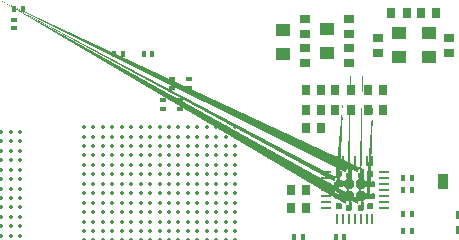
<source format=gbr>
%TF.GenerationSoftware,KiCad,Pcbnew,(6.0.1-0)*%
%TF.CreationDate,2022-12-27T13:33:36-05:00*%
%TF.ProjectId,EX-PCB-10108-001,45582d50-4342-42d3-9130-3130382d3030,A*%
%TF.SameCoordinates,Original*%
%TF.FileFunction,Paste,Top*%
%TF.FilePolarity,Positive*%
%FSLAX46Y46*%
G04 Gerber Fmt 4.6, Leading zero omitted, Abs format (unit mm)*
G04 Created by KiCad (PCBNEW (6.0.1-0)) date 2022-12-27 13:33:36*
%MOMM*%
%LPD*%
G01*
G04 APERTURE LIST*
G04 Aperture macros list*
%AMRoundRect*
0 Rectangle with rounded corners*
0 $1 Rounding radius*
0 $2 $3 $4 $5 $6 $7 $8 $9 X,Y pos of 4 corners*
0 Add a 4 corners polygon primitive as box body*
4,1,4,$2,$3,$4,$5,$6,$7,$8,$9,$2,$3,0*
0 Add four circle primitives for the rounded corners*
1,1,$1+$1,$2,$3*
1,1,$1+$1,$4,$5*
1,1,$1+$1,$6,$7*
1,1,$1+$1,$8,$9*
0 Add four rect primitives between the rounded corners*
20,1,$1+$1,$2,$3,$4,$5,0*
20,1,$1+$1,$4,$5,$6,$7,0*
20,1,$1+$1,$6,$7,$8,$9,0*
20,1,$1+$1,$8,$9,$2,$3,0*%
%AMFreePoly0*
4,1,48,0.083774,0.269420,0.092342,0.270777,0.114772,0.259348,0.138717,0.251568,0.143817,0.244549,0.151545,0.240611,0.240611,0.151546,0.244550,0.143816,0.251568,0.138717,0.259348,0.114773,0.270777,0.092342,0.269420,0.083774,0.272101,0.075523,0.272101,-0.164589,0.266839,-0.180784,0.266839,-0.197812,0.256830,-0.211588,0.251568,-0.227783,0.237792,-0.237792,0.227783,-0.251568,
0.211588,-0.256830,0.197812,-0.266839,0.180784,-0.266839,0.164589,-0.272101,-0.164589,-0.272101,-0.180784,-0.266839,-0.197812,-0.266839,-0.211588,-0.256830,-0.227783,-0.251568,-0.237792,-0.237792,-0.251568,-0.227783,-0.256830,-0.211588,-0.266839,-0.197812,-0.266839,-0.180784,-0.272101,-0.164589,-0.272101,0.164589,-0.266839,0.180784,-0.266839,0.197812,-0.256830,0.211588,-0.251568,0.227783,
-0.237792,0.237792,-0.227783,0.251568,-0.211588,0.256830,-0.197812,0.266839,-0.180784,0.266839,-0.164589,0.272101,0.075523,0.272101,0.083774,0.269420,0.083774,0.269420,$1*%
%AMFreePoly1*
4,1,48,0.180784,0.266839,0.197812,0.266839,0.211588,0.256830,0.227783,0.251568,0.237792,0.237792,0.251568,0.227783,0.256830,0.211588,0.266839,0.197812,0.266839,0.180784,0.272101,0.164589,0.272101,-0.075523,0.269420,-0.083774,0.270777,-0.092342,0.259348,-0.114773,0.251568,-0.138717,0.244550,-0.143816,0.240611,-0.151546,0.151545,-0.240611,0.143817,-0.244549,0.138717,-0.251568,
0.114772,-0.259348,0.092342,-0.270777,0.083774,-0.269420,0.075523,-0.272101,-0.164589,-0.272101,-0.180784,-0.266839,-0.197812,-0.266839,-0.211588,-0.256830,-0.227783,-0.251568,-0.237792,-0.237792,-0.251568,-0.227783,-0.256830,-0.211588,-0.266839,-0.197812,-0.266839,-0.180784,-0.272101,-0.164589,-0.272101,0.164589,-0.266839,0.180784,-0.266839,0.197812,-0.256830,0.211588,-0.251568,0.227783,
-0.237792,0.237792,-0.227783,0.251568,-0.211588,0.256830,-0.197812,0.266839,-0.180784,0.266839,-0.164589,0.272101,0.164589,0.272101,0.180784,0.266839,0.180784,0.266839,$1*%
%AMFreePoly2*
4,1,51,0.197929,0.401159,0.201658,0.401817,0.204937,0.399924,0.216011,0.397971,0.232977,0.383735,0.252157,0.372661,0.254788,0.365433,0.260680,0.360489,0.264526,0.338678,0.272101,0.317866,0.272101,-0.317866,0.270148,-0.328940,0.270806,-0.332669,0.268913,-0.335948,0.266960,-0.347022,0.252724,-0.363988,0.241650,-0.383168,0.234422,-0.385799,0.229478,-0.391691,0.207667,-0.395537,
0.186855,-0.403112,-0.116234,-0.403112,-0.121446,-0.402193,-0.123663,-0.402787,-0.127060,-0.401203,-0.145390,-0.397971,-0.159647,-0.386008,-0.176512,-0.378144,-0.247133,-0.307524,-0.250168,-0.303189,-0.252157,-0.302041,-0.253439,-0.298518,-0.264114,-0.283273,-0.265736,-0.264734,-0.272101,-0.247246,-0.272101,0.247246,-0.271182,0.252459,-0.271776,0.254676,-0.270192,0.258073,-0.266960,0.276402,
-0.254997,0.290658,-0.247133,0.307524,-0.176512,0.378144,-0.172177,0.381179,-0.171029,0.383168,-0.167505,0.384451,-0.152260,0.395125,-0.133722,0.396747,-0.116234,0.403112,0.186855,0.403112,0.197929,0.401159,0.197929,0.401159,$1*%
%AMFreePoly3*
4,1,51,0.252459,0.271182,0.254676,0.271776,0.258073,0.270192,0.276402,0.266960,0.290658,0.254997,0.307524,0.247133,0.378144,0.176512,0.381179,0.172177,0.383168,0.171029,0.384451,0.167505,0.395125,0.152260,0.396747,0.133722,0.403112,0.116234,0.403112,-0.186855,0.401159,-0.197929,0.401817,-0.201658,0.399924,-0.204937,0.397971,-0.216011,0.383735,-0.232977,0.372661,-0.252157,
0.365433,-0.254788,0.360489,-0.260680,0.338678,-0.264526,0.317866,-0.272101,-0.317866,-0.272101,-0.328940,-0.270148,-0.332669,-0.270806,-0.335948,-0.268913,-0.347022,-0.266960,-0.363988,-0.252724,-0.383168,-0.241650,-0.385799,-0.234422,-0.391691,-0.229478,-0.395537,-0.207667,-0.403112,-0.186855,-0.403112,0.116234,-0.402193,0.121446,-0.402787,0.123663,-0.401203,0.127060,-0.397971,0.145390,
-0.386008,0.159647,-0.378144,0.176512,-0.307525,0.247132,-0.303189,0.250168,-0.302041,0.252157,-0.298517,0.253440,-0.283273,0.264114,-0.264734,0.265736,-0.247246,0.272101,0.247246,0.272101,0.252459,0.271182,0.252459,0.271182,$1*%
%AMFreePoly4*
4,1,51,0.328940,0.270148,0.332669,0.270806,0.335948,0.268913,0.347022,0.266960,0.363988,0.252724,0.383168,0.241650,0.385799,0.234422,0.391691,0.229478,0.395537,0.207667,0.403112,0.186855,0.403112,-0.116234,0.402193,-0.121446,0.402787,-0.123663,0.401203,-0.127060,0.397971,-0.145390,0.386008,-0.159647,0.378144,-0.176512,0.307524,-0.247133,0.303189,-0.250168,0.302041,-0.252157,
0.298518,-0.253439,0.283273,-0.264114,0.264734,-0.265736,0.247246,-0.272101,-0.247246,-0.272101,-0.252459,-0.271182,-0.254677,-0.271776,-0.258075,-0.270192,-0.276402,-0.266960,-0.290659,-0.254997,-0.307525,-0.247132,-0.378144,-0.176512,-0.381179,-0.172177,-0.383168,-0.171029,-0.384451,-0.167505,-0.395125,-0.152260,-0.396747,-0.133722,-0.403112,-0.116234,-0.403112,0.186855,-0.401159,0.197929,
-0.401817,0.201658,-0.399924,0.204937,-0.397971,0.216011,-0.383735,0.232977,-0.372661,0.252157,-0.365433,0.254788,-0.360489,0.260680,-0.338678,0.264526,-0.317866,0.272101,0.317866,0.272101,0.328940,0.270148,0.328940,0.270148,$1*%
%AMFreePoly5*
4,1,48,0.180784,0.266839,0.197812,0.266839,0.211588,0.256830,0.227783,0.251568,0.237792,0.237792,0.251568,0.227783,0.256830,0.211588,0.266839,0.197812,0.266839,0.180784,0.272101,0.164589,0.272101,-0.164589,0.266839,-0.180784,0.266839,-0.197812,0.256830,-0.211588,0.251568,-0.227783,0.237792,-0.237792,0.227783,-0.251568,0.211588,-0.256830,0.197812,-0.266839,0.180784,-0.266839,
0.164589,-0.272101,-0.164589,-0.272101,-0.180784,-0.266839,-0.197812,-0.266839,-0.211588,-0.256830,-0.227783,-0.251568,-0.237792,-0.237792,-0.251568,-0.227783,-0.256830,-0.211588,-0.266839,-0.197812,-0.266839,-0.180784,-0.272101,-0.164589,-0.272101,0.075523,-0.269420,0.083774,-0.270777,0.092342,-0.259348,0.114772,-0.251568,0.138717,-0.244549,0.143817,-0.240611,0.151545,-0.151546,0.240611,
-0.143816,0.244550,-0.138717,0.251568,-0.114773,0.259348,-0.092342,0.270777,-0.083774,0.269420,-0.075523,0.272101,0.164589,0.272101,0.180784,0.266839,0.180784,0.266839,$1*%
%AMFreePoly6*
4,1,51,0.121446,0.402193,0.123663,0.402787,0.127060,0.401203,0.145390,0.397971,0.159647,0.386008,0.176512,0.378144,0.247132,0.307525,0.250168,0.303189,0.252157,0.302041,0.253440,0.298517,0.264114,0.283273,0.265736,0.264734,0.272101,0.247246,0.272101,-0.247246,0.271182,-0.252459,0.271776,-0.254677,0.270192,-0.258075,0.266960,-0.276402,0.254997,-0.290659,0.247132,-0.307525,
0.176512,-0.378144,0.172177,-0.381179,0.171029,-0.383168,0.167505,-0.384451,0.152260,-0.395125,0.133722,-0.396747,0.116234,-0.403112,-0.186855,-0.403112,-0.197929,-0.401159,-0.201658,-0.401817,-0.204937,-0.399924,-0.216011,-0.397971,-0.232977,-0.383735,-0.252157,-0.372661,-0.254788,-0.365433,-0.260680,-0.360489,-0.264526,-0.338678,-0.272101,-0.317866,-0.272101,0.317866,-0.270148,0.328940,
-0.270806,0.332669,-0.268913,0.335948,-0.266960,0.347022,-0.252724,0.363988,-0.241650,0.383168,-0.234422,0.385799,-0.229478,0.391691,-0.207667,0.395537,-0.186855,0.403112,0.116234,0.403112,0.121446,0.402193,0.121446,0.402193,$1*%
%AMFreePoly7*
4,1,48,0.180784,0.266839,0.197812,0.266839,0.211588,0.256830,0.227783,0.251568,0.237792,0.237792,0.251568,0.227783,0.256830,0.211588,0.266839,0.197812,0.266839,0.180784,0.272101,0.164589,0.272101,-0.164589,0.266839,-0.180784,0.266839,-0.197812,0.256830,-0.211588,0.251568,-0.227783,0.237792,-0.237792,0.227783,-0.251568,0.211588,-0.256830,0.197812,-0.266839,0.180784,-0.266839,
0.164589,-0.272101,-0.075523,-0.272101,-0.083774,-0.269420,-0.092342,-0.270777,-0.114773,-0.259348,-0.138717,-0.251568,-0.143816,-0.244550,-0.151546,-0.240611,-0.240611,-0.151545,-0.244549,-0.143817,-0.251568,-0.138717,-0.259348,-0.114772,-0.270777,-0.092342,-0.269420,-0.083774,-0.272101,-0.075523,-0.272101,0.164589,-0.266839,0.180784,-0.266839,0.197812,-0.256830,0.211588,-0.251568,0.227783,
-0.237792,0.237792,-0.227783,0.251568,-0.211588,0.256830,-0.197812,0.266839,-0.180784,0.266839,-0.164589,0.272101,0.164589,0.272101,0.180784,0.266839,0.180784,0.266839,$1*%
G04 Aperture macros list end*
%TA.AperFunction,Profile*%
%ADD10C,0.500000*%
%TD*%
%ADD11R,0.710000X0.810000*%
%ADD12R,0.510000X0.450000*%
%ADD13R,0.800000X2.000000*%
%ADD14C,0.350000*%
%ADD15R,0.700000X1.400000*%
%ADD16R,0.450000X0.510000*%
%ADD17R,0.810000X0.710000*%
%ADD18R,1.060000X0.500000*%
%ADD19R,1.600000X3.000000*%
%ADD20R,3.000000X1.600000*%
%ADD21R,1.800000X1.070000*%
%ADD22R,1.750000X2.000000*%
%ADD23RoundRect,0.388500X-1.311500X0.486500X-1.311500X-0.486500X1.311500X-0.486500X1.311500X0.486500X0*%
%ADD24R,1.070000X1.800000*%
%ADD25RoundRect,0.521250X0.521250X-1.308750X0.521250X1.308750X-0.521250X1.308750X-0.521250X-1.308750X0*%
%ADD26R,1.800000X1.800000*%
%ADD27R,1.250000X2.000000*%
%ADD28R,3.500000X2.000000*%
%ADD29R,2.550000X2.900000*%
%ADD30R,1.400000X1.900000*%
%ADD31R,1.800000X1.400000*%
%ADD32R,0.800000X1.500000*%
%ADD33R,0.550000X1.150000*%
%ADD34R,0.250000X1.150000*%
%ADD35O,1.050000X2.100000*%
%ADD36O,1.000000X2.000000*%
%ADD37R,0.900000X0.800000*%
%ADD38R,1.250000X1.000000*%
%ADD39R,0.600000X0.700000*%
%ADD40R,1.250000X1.150000*%
%ADD41RoundRect,0.201556X0.201557X-0.201557X0.201557X0.201557X-0.201557X0.201557X-0.201557X-0.201557X0*%
%ADD42FreePoly0,90.000000*%
%ADD43FreePoly1,90.000000*%
%ADD44FreePoly2,90.000000*%
%ADD45FreePoly3,90.000000*%
%ADD46FreePoly4,90.000000*%
%ADD47FreePoly5,90.000000*%
%ADD48FreePoly6,90.000000*%
%ADD49FreePoly7,90.000000*%
%ADD50RoundRect,0.062500X0.062500X-0.337500X0.062500X0.337500X-0.062500X0.337500X-0.062500X-0.337500X0*%
%ADD51RoundRect,0.062500X0.337500X-0.062500X0.337500X0.062500X-0.337500X0.062500X-0.337500X-0.062500X0*%
G04 APERTURE END LIST*
D10*
X46450000Y-85300000D02*
X46450000Y-132800000D01*
X46450000Y-132800000D02*
G75*
G03*
X50200000Y-136550000I3750001J1D01*
G01*
X126450000Y-85300000D02*
X126450000Y-132800000D01*
X121450000Y-85300000D02*
G75*
G03*
X117700000Y-81550000I-3750001J-1D01*
G01*
X121450000Y-85300000D02*
X121450000Y-132800000D01*
X121450000Y-132800000D02*
X126450000Y-132800000D01*
X117700000Y-136550000D02*
X50200000Y-136550000D01*
X41450000Y-132800000D02*
X46450000Y-132800000D01*
X117700000Y-136550000D02*
G75*
G03*
X121450000Y-132800000I-1J3750001D01*
G01*
X126450000Y-85300000D02*
X121450000Y-85300000D01*
X50200000Y-81550000D02*
G75*
G03*
X46450000Y-85300000I1J-3750001D01*
G01*
X41450000Y-85300000D02*
X46450000Y-85300000D01*
X41450000Y-85300000D02*
X41450000Y-132800000D01*
X117700000Y-81550000D02*
X50200000Y-81550000D01*
D11*
X56795000Y-102650000D03*
X55505000Y-102650000D03*
D12*
X86750000Y-115275000D03*
X86750000Y-116025000D03*
X88300000Y-115275000D03*
X88300000Y-116025000D03*
D11*
X58255000Y-102650000D03*
X59545000Y-102650000D03*
D13*
X59900000Y-104650000D03*
X57900000Y-104650000D03*
X59900000Y-95150000D03*
X57900000Y-95150000D03*
D14*
X74380000Y-111830000D03*
X73580000Y-111830000D03*
X72780000Y-111830000D03*
X69580000Y-111830000D03*
X68780000Y-111830000D03*
X67980000Y-111830000D03*
X74380000Y-111030000D03*
X73580000Y-111030000D03*
X72780000Y-111030000D03*
X69580000Y-111030000D03*
X68780000Y-111030000D03*
X67980000Y-111030000D03*
X74380000Y-110230000D03*
X73580000Y-110230000D03*
X72780000Y-110230000D03*
X69580000Y-110230000D03*
X68780000Y-110230000D03*
X67980000Y-110230000D03*
X74380000Y-109430000D03*
X73580000Y-109430000D03*
X72780000Y-109430000D03*
X69580000Y-109430000D03*
X68780000Y-109430000D03*
X67980000Y-109430000D03*
X74380000Y-108630000D03*
X73580000Y-108630000D03*
X72780000Y-108630000D03*
X69580000Y-108630000D03*
X68780000Y-108630000D03*
X67980000Y-108630000D03*
X74380000Y-107830000D03*
X73580000Y-107830000D03*
X72780000Y-107830000D03*
X69580000Y-107830000D03*
X68780000Y-107830000D03*
X67980000Y-107830000D03*
X74380000Y-107030000D03*
X73580000Y-107030000D03*
X72780000Y-107030000D03*
X69580000Y-107030000D03*
X68780000Y-107030000D03*
X67980000Y-107030000D03*
X74380000Y-106230000D03*
X73580000Y-106230000D03*
X72780000Y-106230000D03*
X69580000Y-106230000D03*
X68780000Y-106230000D03*
X67980000Y-106230000D03*
X74380000Y-105430000D03*
X73580000Y-105430000D03*
X72780000Y-105430000D03*
X69580000Y-105430000D03*
X68780000Y-105430000D03*
X67980000Y-105430000D03*
X74380000Y-104630000D03*
X73580000Y-104630000D03*
X72780000Y-104630000D03*
X69580000Y-104630000D03*
X68780000Y-104630000D03*
X67980000Y-104630000D03*
X74380000Y-103830000D03*
X73580000Y-103830000D03*
X72780000Y-103830000D03*
X69580000Y-103830000D03*
X68780000Y-103830000D03*
X67980000Y-103830000D03*
X74380000Y-103030000D03*
X73580000Y-103030000D03*
X72780000Y-103030000D03*
X69580000Y-103030000D03*
X68780000Y-103030000D03*
X67980000Y-103030000D03*
X74380000Y-102230000D03*
X73580000Y-102230000D03*
X72780000Y-102230000D03*
X69580000Y-102230000D03*
X68780000Y-102230000D03*
X67980000Y-102230000D03*
X74380000Y-101430000D03*
X73580000Y-101430000D03*
X72780000Y-101430000D03*
X69580000Y-101430000D03*
X68780000Y-101430000D03*
X67980000Y-101430000D03*
X74380000Y-100630000D03*
X73580000Y-100630000D03*
X72780000Y-100630000D03*
X69580000Y-100630000D03*
X68780000Y-100630000D03*
X67980000Y-100630000D03*
X74380000Y-99830000D03*
X73580000Y-99830000D03*
X72780000Y-99830000D03*
X69580000Y-99830000D03*
X68780000Y-99830000D03*
X67980000Y-99830000D03*
D15*
X86750000Y-113950000D03*
X88250000Y-113950000D03*
D16*
X65425000Y-105750000D03*
X64675000Y-105750000D03*
X65425000Y-104750000D03*
X64675000Y-104750000D03*
X64675000Y-102700000D03*
X65425000Y-102700000D03*
D12*
X94825000Y-116900000D03*
X94825000Y-116150000D03*
D16*
X94750000Y-115325000D03*
X95500000Y-115325000D03*
D12*
X93100000Y-114325000D03*
X93100000Y-113575000D03*
D17*
X56150000Y-107755000D03*
X56150000Y-109045000D03*
D16*
X62075000Y-111750000D03*
X62825000Y-111750000D03*
X62825000Y-110500000D03*
X62075000Y-110500000D03*
D18*
X60000000Y-108850000D03*
X60000000Y-107900000D03*
X60000000Y-106950000D03*
X57800000Y-106950000D03*
X57800000Y-108850000D03*
D17*
X65450000Y-117845000D03*
X65450000Y-116555000D03*
X56150000Y-106545000D03*
X56150000Y-105255000D03*
D16*
X59275000Y-100900000D03*
X58525000Y-100900000D03*
D18*
X60000000Y-99350000D03*
X60000000Y-98400000D03*
X60000000Y-97450000D03*
X57800000Y-97450000D03*
X57800000Y-99350000D03*
D19*
X50350000Y-104900000D03*
X50350000Y-109300000D03*
X50450000Y-98000000D03*
X50450000Y-93600000D03*
D16*
X112075000Y-113000000D03*
X111325000Y-113000000D03*
D20*
X114350000Y-98730000D03*
X118750000Y-98730000D03*
D21*
X48200000Y-129755000D03*
X48200000Y-126745000D03*
D16*
X116325000Y-104750000D03*
X117075000Y-104750000D03*
X112075000Y-111750000D03*
X111325000Y-111750000D03*
X111325000Y-114250000D03*
X112075000Y-114250000D03*
X116325000Y-120750000D03*
X115575000Y-120750000D03*
D22*
X54850000Y-122500000D03*
X59050000Y-122500000D03*
D23*
X50200000Y-119300000D03*
X50200000Y-124200000D03*
D24*
X51305000Y-101400000D03*
X48295000Y-101400000D03*
D21*
X100700000Y-124005000D03*
X100700000Y-120995000D03*
D25*
X55300000Y-118125000D03*
X58100000Y-118125000D03*
X58100000Y-113375000D03*
X55300000Y-113375000D03*
D12*
X48200000Y-131750000D03*
X48200000Y-132500000D03*
D26*
X119090000Y-107455000D03*
X114010000Y-107455000D03*
X114010000Y-111645000D03*
X119090000Y-111645000D03*
X114010000Y-118395000D03*
X119090000Y-118395000D03*
X119090000Y-114205000D03*
X114010000Y-114205000D03*
D16*
X101075000Y-108750000D03*
X101825000Y-108750000D03*
X97575000Y-108750000D03*
X98325000Y-108750000D03*
D14*
X79780000Y-99430000D03*
X80580000Y-99430000D03*
X81380000Y-99430000D03*
X82180000Y-99430000D03*
X82980000Y-99430000D03*
X83780000Y-99430000D03*
X84580000Y-99430000D03*
X85380000Y-99430000D03*
X86180000Y-99430000D03*
X86980000Y-99430000D03*
X87780000Y-99430000D03*
X88580000Y-99430000D03*
X89380000Y-99430000D03*
X90180000Y-99430000D03*
X90980000Y-99430000D03*
X91780000Y-99430000D03*
X92580000Y-99430000D03*
X79780000Y-100230000D03*
X80580000Y-100230000D03*
X81380000Y-100230000D03*
X82180000Y-100230000D03*
X82980000Y-100230000D03*
X83780000Y-100230000D03*
X84580000Y-100230000D03*
X85380000Y-100230000D03*
X86180000Y-100230000D03*
X86980000Y-100230000D03*
X87780000Y-100230000D03*
X88580000Y-100230000D03*
X89380000Y-100230000D03*
X90180000Y-100230000D03*
X90980000Y-100230000D03*
X91780000Y-100230000D03*
X92580000Y-100230000D03*
X79780000Y-101030000D03*
X80580000Y-101030000D03*
X81380000Y-101030000D03*
X82180000Y-101030000D03*
X82980000Y-101030000D03*
X83780000Y-101030000D03*
X84580000Y-101030000D03*
X85380000Y-101030000D03*
X86180000Y-101030000D03*
X86980000Y-101030000D03*
X87780000Y-101030000D03*
X88580000Y-101030000D03*
X89380000Y-101030000D03*
X90180000Y-101030000D03*
X90980000Y-101030000D03*
X91780000Y-101030000D03*
X92580000Y-101030000D03*
X79780000Y-101830000D03*
X80580000Y-101830000D03*
X81380000Y-101830000D03*
X82180000Y-101830000D03*
X82980000Y-101830000D03*
X83780000Y-101830000D03*
X84580000Y-101830000D03*
X85380000Y-101830000D03*
X86180000Y-101830000D03*
X86980000Y-101830000D03*
X87780000Y-101830000D03*
X88580000Y-101830000D03*
X89380000Y-101830000D03*
X90180000Y-101830000D03*
X90980000Y-101830000D03*
X91780000Y-101830000D03*
X92580000Y-101830000D03*
X79780000Y-102630000D03*
X80580000Y-102630000D03*
X81380000Y-102630000D03*
X82180000Y-102630000D03*
X82980000Y-102630000D03*
X83780000Y-102630000D03*
X84580000Y-102630000D03*
X85380000Y-102630000D03*
X86180000Y-102630000D03*
X86980000Y-102630000D03*
X87780000Y-102630000D03*
X88580000Y-102630000D03*
X89380000Y-102630000D03*
X90180000Y-102630000D03*
X90980000Y-102630000D03*
X91780000Y-102630000D03*
X92580000Y-102630000D03*
X79780000Y-103430000D03*
X80580000Y-103430000D03*
X81380000Y-103430000D03*
X82180000Y-103430000D03*
X82980000Y-103430000D03*
X83780000Y-103430000D03*
X84580000Y-103430000D03*
X85380000Y-103430000D03*
X86180000Y-103430000D03*
X86980000Y-103430000D03*
X87780000Y-103430000D03*
X88580000Y-103430000D03*
X89380000Y-103430000D03*
X90180000Y-103430000D03*
X90980000Y-103430000D03*
X91780000Y-103430000D03*
X92580000Y-103430000D03*
X79780000Y-104230000D03*
X80580000Y-104230000D03*
X81380000Y-104230000D03*
X82180000Y-104230000D03*
X82980000Y-104230000D03*
X83780000Y-104230000D03*
X84580000Y-104230000D03*
X85380000Y-104230000D03*
X86180000Y-104230000D03*
X86980000Y-104230000D03*
X87780000Y-104230000D03*
X88580000Y-104230000D03*
X89380000Y-104230000D03*
X90180000Y-104230000D03*
X90980000Y-104230000D03*
X91780000Y-104230000D03*
X92580000Y-104230000D03*
X79780000Y-105030000D03*
X80580000Y-105030000D03*
X81380000Y-105030000D03*
X82180000Y-105030000D03*
X82980000Y-105030000D03*
X83780000Y-105030000D03*
X84580000Y-105030000D03*
X85380000Y-105030000D03*
X86180000Y-105030000D03*
X86980000Y-105030000D03*
X87780000Y-105030000D03*
X88580000Y-105030000D03*
X89380000Y-105030000D03*
X90180000Y-105030000D03*
X90980000Y-105030000D03*
X91780000Y-105030000D03*
X92580000Y-105030000D03*
X79780000Y-105830000D03*
X80580000Y-105830000D03*
X81380000Y-105830000D03*
X82180000Y-105830000D03*
X82980000Y-105830000D03*
X83780000Y-105830000D03*
X84580000Y-105830000D03*
X85380000Y-105830000D03*
X86180000Y-105830000D03*
X86980000Y-105830000D03*
X87780000Y-105830000D03*
X88580000Y-105830000D03*
X89380000Y-105830000D03*
X90180000Y-105830000D03*
X90980000Y-105830000D03*
X91780000Y-105830000D03*
X92580000Y-105830000D03*
X79780000Y-106630000D03*
X80580000Y-106630000D03*
X81380000Y-106630000D03*
X82180000Y-106630000D03*
X82980000Y-106630000D03*
X83780000Y-106630000D03*
X84580000Y-106630000D03*
X85380000Y-106630000D03*
X86180000Y-106630000D03*
X86980000Y-106630000D03*
X87780000Y-106630000D03*
X88580000Y-106630000D03*
X89380000Y-106630000D03*
X90180000Y-106630000D03*
X90980000Y-106630000D03*
X91780000Y-106630000D03*
X92580000Y-106630000D03*
X79780000Y-107430000D03*
X80580000Y-107430000D03*
X81380000Y-107430000D03*
X82180000Y-107430000D03*
X82980000Y-107430000D03*
X83780000Y-107430000D03*
X84580000Y-107430000D03*
X85380000Y-107430000D03*
X86180000Y-107430000D03*
X86980000Y-107430000D03*
X87780000Y-107430000D03*
X88580000Y-107430000D03*
X89380000Y-107430000D03*
X90180000Y-107430000D03*
X90980000Y-107430000D03*
X91780000Y-107430000D03*
X92580000Y-107430000D03*
X79780000Y-108230000D03*
X80580000Y-108230000D03*
X81380000Y-108230000D03*
X82180000Y-108230000D03*
X82980000Y-108230000D03*
X83780000Y-108230000D03*
X84580000Y-108230000D03*
X85380000Y-108230000D03*
X86180000Y-108230000D03*
X86980000Y-108230000D03*
X87780000Y-108230000D03*
X88580000Y-108230000D03*
X89380000Y-108230000D03*
X90180000Y-108230000D03*
X90980000Y-108230000D03*
X91780000Y-108230000D03*
X92580000Y-108230000D03*
X79780000Y-109030000D03*
X80580000Y-109030000D03*
X81380000Y-109030000D03*
X82180000Y-109030000D03*
X82980000Y-109030000D03*
X83780000Y-109030000D03*
X84580000Y-109030000D03*
X85380000Y-109030000D03*
X86180000Y-109030000D03*
X86980000Y-109030000D03*
X87780000Y-109030000D03*
X88580000Y-109030000D03*
X89380000Y-109030000D03*
X90180000Y-109030000D03*
X90980000Y-109030000D03*
X91780000Y-109030000D03*
X92580000Y-109030000D03*
X79780000Y-109830000D03*
X80580000Y-109830000D03*
X81380000Y-109830000D03*
X82180000Y-109830000D03*
X82980000Y-109830000D03*
X83780000Y-109830000D03*
X84580000Y-109830000D03*
X85380000Y-109830000D03*
X86180000Y-109830000D03*
X86980000Y-109830000D03*
X87780000Y-109830000D03*
X88580000Y-109830000D03*
X89380000Y-109830000D03*
X90180000Y-109830000D03*
X90980000Y-109830000D03*
X91780000Y-109830000D03*
X92580000Y-109830000D03*
X79780000Y-110630000D03*
X80580000Y-110630000D03*
X81380000Y-110630000D03*
X82180000Y-110630000D03*
X82980000Y-110630000D03*
X83780000Y-110630000D03*
X84580000Y-110630000D03*
X85380000Y-110630000D03*
X86180000Y-110630000D03*
X86980000Y-110630000D03*
X87780000Y-110630000D03*
X88580000Y-110630000D03*
X89380000Y-110630000D03*
X90180000Y-110630000D03*
X90980000Y-110630000D03*
X91780000Y-110630000D03*
X92580000Y-110630000D03*
X79780000Y-111430000D03*
X80580000Y-111430000D03*
X81380000Y-111430000D03*
X82180000Y-111430000D03*
X82980000Y-111430000D03*
X83780000Y-111430000D03*
X84580000Y-111430000D03*
X85380000Y-111430000D03*
X86180000Y-111430000D03*
X86980000Y-111430000D03*
X87780000Y-111430000D03*
X88580000Y-111430000D03*
X89380000Y-111430000D03*
X90180000Y-111430000D03*
X90980000Y-111430000D03*
X91780000Y-111430000D03*
X92580000Y-111430000D03*
X79780000Y-112230000D03*
X80580000Y-112230000D03*
X81380000Y-112230000D03*
X82180000Y-112230000D03*
X82980000Y-112230000D03*
X83780000Y-112230000D03*
X84580000Y-112230000D03*
X85380000Y-112230000D03*
X86180000Y-112230000D03*
X86980000Y-112230000D03*
X87780000Y-112230000D03*
X88580000Y-112230000D03*
X89380000Y-112230000D03*
X90180000Y-112230000D03*
X90980000Y-112230000D03*
X91780000Y-112230000D03*
X92580000Y-112230000D03*
D12*
X96450000Y-110625000D03*
X96450000Y-111375000D03*
D16*
X94575000Y-110500000D03*
X95325000Y-110500000D03*
D27*
X88700000Y-126550000D03*
X91200000Y-126550000D03*
X93200000Y-126550000D03*
X95700000Y-126550000D03*
D28*
X84575000Y-128650000D03*
X99825000Y-128650000D03*
X99825000Y-134750000D03*
X84575000Y-134750000D03*
D20*
X114350000Y-92150000D03*
X118750000Y-92150000D03*
D29*
X110550000Y-132350000D03*
X117950000Y-124800000D03*
X117950000Y-134100000D03*
D30*
X80300000Y-135200000D03*
X67150000Y-134200000D03*
D31*
X74450000Y-121050000D03*
X68750000Y-121050000D03*
D32*
X75640000Y-131350000D03*
X74540000Y-130950000D03*
X73440000Y-131350000D03*
X72340000Y-131550000D03*
X71240000Y-131350000D03*
X70140000Y-131550000D03*
X69040000Y-131350000D03*
X67940000Y-131350000D03*
D11*
X61805000Y-109000000D03*
X63095000Y-109000000D03*
D16*
X87675000Y-118550000D03*
X88425000Y-118550000D03*
X86225000Y-118550000D03*
X85475000Y-118550000D03*
D20*
X87400000Y-122000000D03*
X83000000Y-122000000D03*
D16*
X84825000Y-126000000D03*
X84075000Y-126000000D03*
D33*
X51250000Y-129245000D03*
X52050000Y-129245000D03*
D34*
X53200000Y-129245000D03*
X54200000Y-129245000D03*
X54700000Y-129245000D03*
X55700000Y-129245000D03*
D33*
X57650000Y-129245000D03*
X56850000Y-129245000D03*
D34*
X56200000Y-129245000D03*
X55200000Y-129245000D03*
X53700000Y-129245000D03*
X52700000Y-129245000D03*
D35*
X58770000Y-129820000D03*
D36*
X50130000Y-134000000D03*
D35*
X50130000Y-129820000D03*
D36*
X58770000Y-134000000D03*
D16*
X65425000Y-101100000D03*
X64675000Y-101100000D03*
X65425000Y-100000000D03*
X64675000Y-100000000D03*
D12*
X94150000Y-113625000D03*
X94150000Y-114375000D03*
D37*
X92250000Y-116450000D03*
X93650000Y-115350000D03*
X92250000Y-115350000D03*
X93650000Y-116450000D03*
D12*
X92150000Y-114275000D03*
X92150000Y-113525000D03*
D38*
X100350000Y-93150000D03*
X100350000Y-91150000D03*
X96650000Y-93200000D03*
X96650000Y-91200000D03*
X108950000Y-91500000D03*
X108950000Y-93500000D03*
X106450000Y-91500000D03*
X106450000Y-93500000D03*
D11*
X98555000Y-98000000D03*
X99845000Y-98000000D03*
X99845000Y-96250000D03*
X98555000Y-96250000D03*
D16*
X58825000Y-127500000D03*
X59575000Y-127500000D03*
D12*
X107950000Y-126375000D03*
X107950000Y-127125000D03*
D11*
X84805000Y-83750000D03*
X86095000Y-83750000D03*
X83095000Y-83750000D03*
X81805000Y-83750000D03*
D39*
X105150000Y-120000000D03*
X103750000Y-120000000D03*
D21*
X97700000Y-120995000D03*
X97700000Y-124005000D03*
D40*
X109200000Y-115125000D03*
X109200000Y-116875000D03*
X102950000Y-115125000D03*
X102950000Y-116875000D03*
D16*
X104825000Y-121500000D03*
X104075000Y-121500000D03*
D17*
X102200000Y-90255000D03*
X102200000Y-91545000D03*
X102200000Y-92755000D03*
X102200000Y-94045000D03*
X98500000Y-90255000D03*
X98500000Y-91545000D03*
X98500000Y-92755000D03*
X98500000Y-94045000D03*
X104700000Y-91855000D03*
X104700000Y-93145000D03*
X110700000Y-91855000D03*
X110700000Y-93145000D03*
D11*
X108305000Y-89750000D03*
X109595000Y-89750000D03*
X105805000Y-89750000D03*
X107095000Y-89750000D03*
D17*
X111700000Y-108145000D03*
X111700000Y-106855000D03*
D11*
X105095000Y-98000000D03*
X103805000Y-98000000D03*
X102345000Y-98000000D03*
X101055000Y-98000000D03*
X102345000Y-96250000D03*
X101055000Y-96250000D03*
X103805000Y-96250000D03*
X105095000Y-96250000D03*
X98555000Y-99500000D03*
X99845000Y-99500000D03*
D12*
X83200000Y-85875000D03*
X83200000Y-85125000D03*
X84700000Y-85125000D03*
X84700000Y-85875000D03*
D18*
X105100000Y-112550000D03*
X105100000Y-113500000D03*
X105100000Y-114450000D03*
X107300000Y-114450000D03*
X107300000Y-112550000D03*
X98600000Y-112550000D03*
X98600000Y-113500000D03*
X98600000Y-114450000D03*
X100800000Y-114450000D03*
X100800000Y-112550000D03*
D41*
X102200000Y-104250000D03*
D42*
X104037500Y-106087500D03*
D43*
X101362500Y-106087500D03*
D44*
X102200000Y-103412500D03*
D45*
X104037500Y-105250000D03*
D46*
X101362500Y-105250000D03*
D41*
X103200000Y-104250000D03*
D45*
X104037500Y-104250000D03*
D47*
X104037500Y-103412500D03*
D46*
X101362500Y-104250000D03*
D48*
X102200000Y-106087500D03*
D44*
X103200000Y-103412500D03*
D41*
X102200000Y-105250000D03*
D48*
X103200000Y-106087500D03*
D41*
X103200000Y-105250000D03*
D49*
X101362500Y-103412500D03*
D50*
X101200000Y-107200000D03*
X101700000Y-107200000D03*
X102200000Y-107200000D03*
X102700000Y-107200000D03*
X103200000Y-107200000D03*
X103700000Y-107200000D03*
X104200000Y-107200000D03*
D51*
X105150000Y-106250000D03*
X105150000Y-105750000D03*
X105150000Y-105250000D03*
X105150000Y-104750000D03*
X105150000Y-104250000D03*
X105150000Y-103750000D03*
X105150000Y-103250000D03*
D50*
X104200000Y-102300000D03*
X103700000Y-102300000D03*
X103200000Y-102300000D03*
X102700000Y-102300000D03*
X102200000Y-102300000D03*
X101700000Y-102300000D03*
X101200000Y-102300000D03*
D51*
X100250000Y-103250000D03*
X100250000Y-103750000D03*
X100250000Y-104250000D03*
X100250000Y-104750000D03*
X100250000Y-105250000D03*
X100250000Y-105750000D03*
X100250000Y-106250000D03*
D16*
X107575000Y-106750000D03*
X106825000Y-106750000D03*
X107575000Y-108250000D03*
X106825000Y-108250000D03*
X106825000Y-103750000D03*
X107575000Y-103750000D03*
X106825000Y-104750000D03*
X107575000Y-104750000D03*
X73825000Y-89400000D03*
X74575000Y-89400000D03*
D11*
X98595000Y-106250000D03*
X97305000Y-106250000D03*
X98595000Y-104750000D03*
X97305000Y-104750000D03*
D17*
X110200000Y-104350000D03*
X110200000Y-103700000D03*
D12*
X86450000Y-97125000D03*
X86450000Y-97875000D03*
X87200000Y-95375000D03*
X87200000Y-96125000D03*
X87950000Y-97125000D03*
X87950000Y-97875000D03*
X88700000Y-95375000D03*
X88700000Y-96125000D03*
D16*
X82325000Y-93250000D03*
X83075000Y-93250000D03*
X85575000Y-93250000D03*
X84825000Y-93250000D03*
D12*
X73850000Y-91075000D03*
X73850000Y-90325000D03*
M02*

</source>
